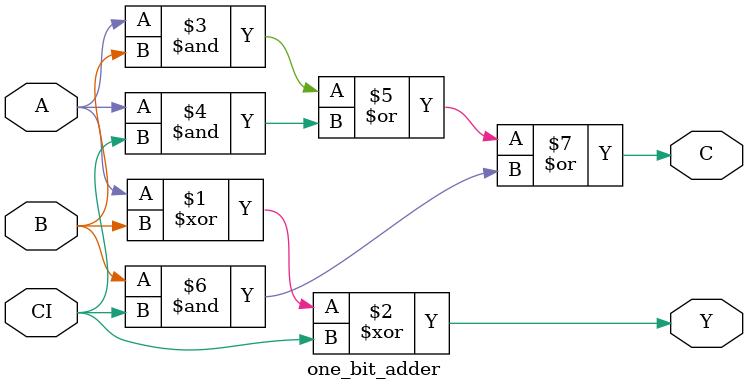
<source format=v>
module one_bit_adder(A, B, CI, Y, C);

	input A;

	input B;

	input CI;

	

	output Y;

	output C;

	

	assign Y = (A^B) ^ CI;

	assign C = (A & B) | (A & CI) | (B & CI);

	

endmodule

</source>
